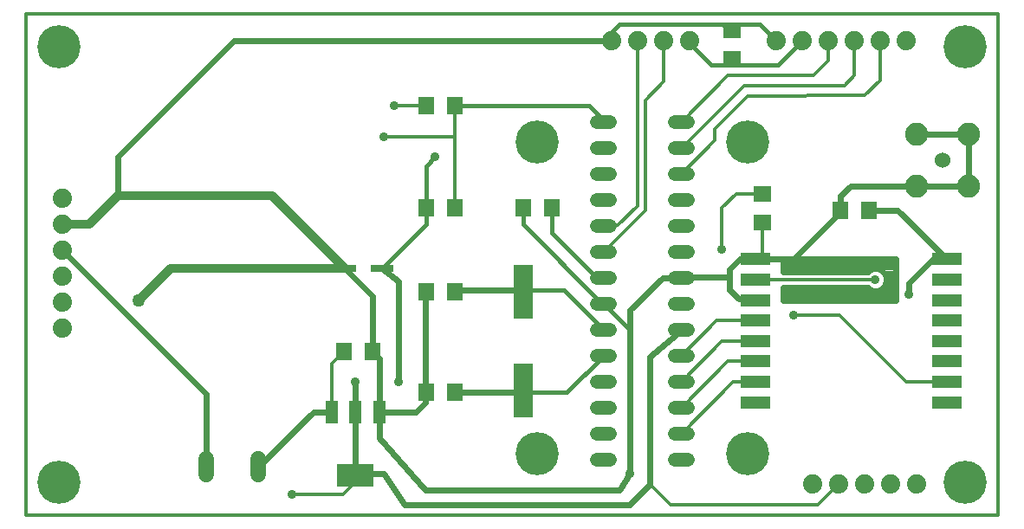
<source format=gtl>
G75*
%MOIN*%
%OFA0B0*%
%FSLAX24Y24*%
%IPPOS*%
%LPD*%
%AMOC8*
5,1,8,0,0,1.08239X$1,22.5*
%
%ADD10C,0.0120*%
%ADD11C,0.0520*%
%ADD12R,0.1181X0.0472*%
%ADD13R,0.0480X0.0880*%
%ADD14R,0.1417X0.0866*%
%ADD15R,0.0630X0.0709*%
%ADD16R,0.0760X0.2100*%
%ADD17C,0.0600*%
%ADD18C,0.0886*%
%ADD19C,0.0740*%
%ADD20C,0.0600*%
%ADD21R,0.0866X0.0256*%
%ADD22R,0.0709X0.0630*%
%ADD23C,0.1660*%
%ADD24C,0.0240*%
%ADD25C,0.0160*%
%ADD26C,0.0320*%
%ADD27C,0.0500*%
%ADD28C,0.0356*%
D10*
X000160Y000160D02*
X037562Y000160D01*
X037562Y019451D01*
X000160Y019451D01*
X000160Y000160D01*
X010396Y000947D02*
X012365Y000947D01*
X012837Y001420D01*
X012837Y001688D01*
X012805Y001688D01*
X012758Y001735D01*
X011927Y004128D02*
X011927Y005972D01*
X012395Y006440D01*
X013497Y006440D02*
X013747Y006190D01*
X012838Y005288D02*
X012837Y005199D01*
X015557Y004871D02*
X015557Y004534D01*
X015514Y004491D01*
X016660Y004871D02*
X016673Y004884D01*
X019295Y004942D02*
X019353Y004884D01*
X019451Y004884D01*
X023388Y007289D02*
X023388Y007304D01*
X022381Y008296D02*
X022339Y008296D01*
X022381Y009296D02*
X022126Y009296D01*
X022381Y010296D02*
X023979Y011894D01*
X023979Y016120D01*
X024696Y016837D01*
X024696Y018400D01*
X025696Y018400D02*
X025696Y018325D01*
X026932Y019058D02*
X027168Y018821D01*
X027325Y018821D01*
X027325Y019058D01*
X028371Y019058D02*
X028389Y019040D01*
X028407Y019040D01*
X028390Y019058D02*
X028371Y019058D01*
X028390Y019058D02*
X029032Y018415D01*
X027325Y017719D02*
X027325Y017483D01*
X027174Y017089D02*
X030475Y017089D01*
X031032Y017646D01*
X031032Y018415D01*
X032032Y018415D02*
X032032Y017071D01*
X031656Y016695D01*
X027780Y016695D01*
X025381Y014296D01*
X025381Y013296D02*
X026670Y014585D01*
X026670Y015030D01*
X027932Y016292D01*
X032443Y016302D01*
X033032Y016890D01*
X033032Y018415D01*
X027174Y017089D02*
X025381Y015296D01*
X022381Y015341D02*
X022381Y015296D01*
X026932Y011971D02*
X027483Y012522D01*
X028506Y012522D01*
X026932Y011971D02*
X026932Y010396D01*
X028230Y010002D02*
X028231Y010003D01*
X028506Y010003D01*
X028506Y011420D01*
X031499Y011814D02*
X031499Y011897D01*
X034426Y012820D02*
X034428Y012821D01*
X032837Y009215D02*
X031261Y009214D01*
X028230Y009214D01*
X028187Y008470D02*
X028230Y008427D01*
X028230Y007639D02*
X028506Y007639D01*
X028506Y007640D01*
X026725Y007640D01*
X025381Y006296D01*
X025381Y005296D02*
X026937Y006852D01*
X028230Y006852D01*
X028230Y006065D02*
X027149Y006065D01*
X025381Y004296D01*
X025381Y003296D02*
X027363Y005278D01*
X028506Y005278D01*
X028506Y005277D01*
X028230Y005277D01*
X029709Y007840D02*
X031456Y007840D01*
X034018Y005278D01*
X035591Y005278D01*
X035592Y005277D01*
X031412Y001341D02*
X030625Y000554D01*
X024963Y000554D01*
X024176Y001341D01*
X019295Y008742D02*
X019137Y008742D01*
X019058Y008821D01*
X016736Y008821D02*
X016652Y008737D01*
X015550Y008737D02*
X015514Y008702D01*
X016663Y011979D02*
X016654Y011987D01*
X016654Y014727D01*
X013940Y014727D01*
X014343Y015898D02*
X014333Y015908D01*
X014343Y015898D02*
X015552Y015898D01*
X016654Y015898D02*
X016654Y014727D01*
X016654Y015898D02*
X016664Y015908D01*
X022696Y018400D02*
X022696Y018759D01*
X022689Y018752D01*
X022689Y018690D01*
X022699Y018680D01*
X023696Y018400D02*
X023696Y018157D01*
X023679Y018140D01*
X023679Y012050D01*
X022929Y011300D01*
X022385Y011300D01*
X022381Y011296D01*
D11*
X022121Y011296D02*
X022641Y011296D01*
X022641Y010296D02*
X022121Y010296D01*
X022121Y009296D02*
X022641Y009296D01*
X022641Y008296D02*
X022121Y008296D01*
X022121Y007296D02*
X022641Y007296D01*
X022641Y006296D02*
X022121Y006296D01*
X022121Y005296D02*
X022641Y005296D01*
X022641Y004296D02*
X022121Y004296D01*
X022121Y003296D02*
X022641Y003296D01*
X022641Y002296D02*
X022121Y002296D01*
X025121Y002296D02*
X025641Y002296D01*
X025641Y003296D02*
X025121Y003296D01*
X025121Y004296D02*
X025641Y004296D01*
X025641Y005296D02*
X025121Y005296D01*
X025121Y006296D02*
X025641Y006296D01*
X025641Y007296D02*
X025121Y007296D01*
X025121Y008296D02*
X025641Y008296D01*
X025641Y009296D02*
X025121Y009296D01*
X025121Y010296D02*
X025641Y010296D01*
X025641Y011296D02*
X025121Y011296D01*
X025121Y012296D02*
X025641Y012296D01*
X025641Y013296D02*
X025121Y013296D01*
X025121Y014296D02*
X025641Y014296D01*
X025641Y015296D02*
X025121Y015296D01*
X022641Y015296D02*
X022121Y015296D01*
X022121Y014296D02*
X022641Y014296D01*
X022641Y013296D02*
X022121Y013296D01*
X022121Y012296D02*
X022641Y012296D01*
D12*
X028230Y010002D03*
X028230Y009214D03*
X028230Y008427D03*
X028230Y007639D03*
X028230Y006852D03*
X028230Y006065D03*
X028230Y005277D03*
X028230Y004490D03*
X035592Y004490D03*
X035592Y005277D03*
X035592Y006065D03*
X035592Y006852D03*
X035592Y007639D03*
X035592Y008427D03*
X035592Y009214D03*
X035592Y010002D03*
D13*
X013747Y004128D03*
X012837Y004128D03*
X011927Y004128D03*
D14*
X012837Y001688D03*
D15*
X015557Y004871D03*
X016660Y004871D03*
X013497Y006440D03*
X012395Y006440D03*
X015550Y008737D03*
X016652Y008737D03*
X016663Y011979D03*
X015560Y011979D03*
X019294Y011971D03*
X020396Y011971D03*
X016654Y015898D03*
X015552Y015898D03*
X031499Y011897D03*
X032601Y011897D03*
D16*
X019295Y008742D03*
X019295Y004942D03*
D17*
X035428Y013821D03*
D18*
X036428Y012821D03*
X034428Y012821D03*
X034428Y014821D03*
X036428Y014821D03*
D19*
X034032Y018415D03*
X033032Y018415D03*
X032032Y018415D03*
X031032Y018415D03*
X030032Y018415D03*
X029032Y018415D03*
X025696Y018400D03*
X024696Y018400D03*
X023696Y018400D03*
X022696Y018400D03*
X001565Y012340D03*
X001565Y011340D03*
X001565Y010340D03*
X001565Y009340D03*
X001565Y008340D03*
X001565Y007340D03*
X030412Y001341D03*
X031412Y001341D03*
X032412Y001341D03*
X033412Y001341D03*
X034412Y001341D03*
D20*
X009097Y001710D02*
X009097Y002310D01*
X007097Y002310D02*
X007097Y001710D01*
D21*
X012413Y009656D03*
X013870Y009656D03*
D22*
X028506Y011420D03*
X028506Y012522D03*
X027325Y017719D03*
X027325Y018821D03*
D23*
X027913Y014527D03*
X019845Y014527D03*
X036297Y018186D03*
X027913Y002522D03*
X019845Y002522D03*
X036297Y001430D03*
X001439Y001420D03*
X001433Y018190D03*
D24*
X003703Y013940D02*
X008174Y018410D01*
X022699Y018410D01*
X031499Y012440D02*
X031879Y012820D01*
X034426Y012820D01*
X034428Y012821D02*
X036428Y012821D01*
X036428Y014821D01*
X034428Y014821D01*
X031499Y012440D02*
X031499Y011897D01*
X031499Y011814D02*
X029688Y010003D01*
X028506Y010003D01*
X029294Y010003D02*
X033625Y010003D01*
X033625Y008428D01*
X029294Y008428D01*
X029294Y008914D01*
X031202Y008914D01*
X031262Y008914D01*
X031321Y008914D01*
X031321Y008914D01*
X032546Y008915D01*
X032600Y008861D01*
X032754Y008797D01*
X032920Y008797D01*
X033074Y008861D01*
X033192Y008978D01*
X033255Y009132D01*
X033255Y009298D01*
X033192Y009452D01*
X033074Y009570D01*
X032920Y009633D01*
X032754Y009633D01*
X032600Y009570D01*
X032546Y009515D01*
X031262Y009514D01*
X029294Y009514D01*
X029294Y010003D01*
X029294Y009939D02*
X033625Y009939D01*
X033625Y009700D02*
X029294Y009700D01*
X027621Y010002D02*
X027239Y009620D01*
X027239Y009300D01*
X025385Y009300D01*
X025381Y009296D01*
X024650Y009296D01*
X023388Y008034D01*
X023388Y007304D01*
X023388Y007289D02*
X023388Y001735D01*
X022995Y001111D01*
X015514Y001111D01*
X013747Y003108D01*
X013747Y004128D01*
X013747Y006190D01*
X013497Y006440D02*
X013497Y008572D01*
X012413Y009656D01*
X013870Y009656D02*
X014503Y009163D01*
X014503Y005278D01*
X015514Y004491D02*
X015152Y004128D01*
X013747Y004128D01*
X012837Y004128D02*
X012837Y005199D01*
X012837Y004128D02*
X012837Y001688D01*
X012758Y001735D02*
X013940Y001735D01*
X014727Y000554D01*
X023388Y000554D01*
X024176Y001341D01*
X024176Y006247D01*
X025381Y007296D01*
X027239Y008810D02*
X027579Y008470D01*
X027239Y008810D02*
X027239Y009300D01*
X029294Y008746D02*
X033625Y008746D01*
X033625Y008508D02*
X029294Y008508D01*
X031202Y008914D02*
X031202Y008914D01*
X033194Y008985D02*
X033625Y008985D01*
X034120Y009070D02*
X034120Y008641D01*
X034119Y008640D01*
X034120Y009070D02*
X035052Y010002D01*
X035592Y010002D01*
X033696Y011897D01*
X032601Y011897D01*
X033182Y009462D02*
X033625Y009462D01*
X033625Y009223D02*
X033255Y009223D01*
X019451Y004884D02*
X016673Y004884D01*
X015514Y004491D02*
X015514Y008702D01*
X016736Y008821D02*
X019058Y008821D01*
X011927Y004128D02*
X011215Y004128D01*
X009097Y002010D01*
X007097Y002010D02*
X007097Y004809D01*
X001565Y010340D01*
X003703Y012436D02*
X003703Y013940D01*
D25*
X013870Y009656D02*
X015560Y011346D01*
X015560Y011979D01*
X015560Y013592D01*
X015908Y013940D01*
X016664Y015908D02*
X021814Y015908D01*
X022381Y015341D01*
X025696Y018325D02*
X026538Y017483D01*
X027325Y017483D01*
X029100Y017483D01*
X030032Y018415D01*
X029032Y018415D02*
X028407Y019040D01*
X028371Y019058D02*
X027325Y019058D01*
X026932Y019058D02*
X022995Y019058D01*
X022696Y018759D01*
X022699Y018680D02*
X022699Y018410D01*
X020396Y011971D02*
X020396Y011026D01*
X022126Y009296D01*
X020856Y008821D02*
X019058Y008821D01*
X020856Y008821D02*
X022381Y007296D01*
X022381Y008296D02*
X023388Y007289D01*
X022381Y006296D02*
X020969Y004884D01*
X019451Y004884D01*
X022339Y008296D02*
X019294Y011341D01*
X019294Y011971D01*
X027621Y010002D02*
X028230Y010002D01*
X028187Y008470D02*
X027579Y008470D01*
D26*
X012413Y009656D02*
X005719Y009656D01*
X004491Y008428D01*
X002608Y011340D02*
X001565Y011340D01*
X002608Y011340D02*
X003703Y012436D01*
X009634Y012436D01*
X012413Y009656D01*
D27*
X004491Y008428D03*
D28*
X012838Y005288D03*
X014503Y005278D03*
X010396Y000947D03*
X023388Y001735D03*
X029709Y007840D03*
X032837Y009215D03*
X034119Y008640D03*
X026932Y010396D03*
X015908Y013940D03*
X013940Y014727D03*
X014333Y015908D03*
M02*

</source>
